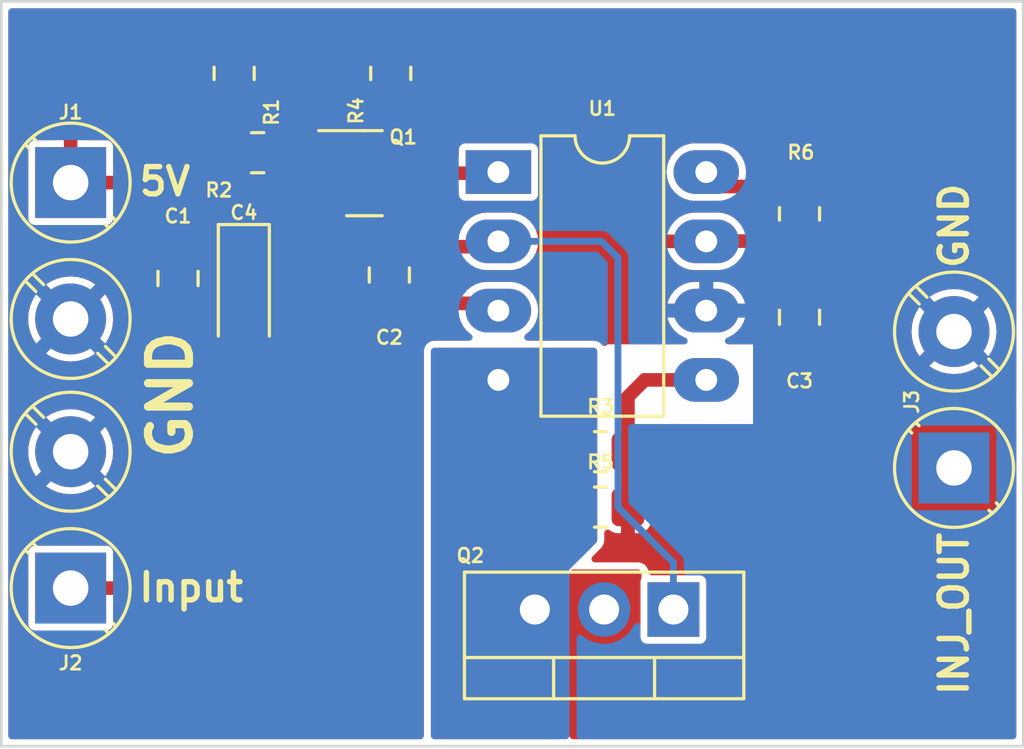
<source format=kicad_pcb>
(kicad_pcb (version 20211014) (generator pcbnew)
  (layers (0 "F.Cu" signal) (31 "B.Cu" signal) (34 "B.Paste" user) (35 "F.Paste" user) (36 "B.SilkS" user "B.Silkscreen") (37 "F.SilkS" user "F.Silkscreen") (38 "B.Mask" user) (39 "F.Mask" user) (44 "Edge.Cuts" user))
  (net 0 "")
  (net 1 "+5V")
  (net 2 "GND")
  (net 3 "Net-(C2-Pad1)")
  (net 4 "Net-(C2-Pad2)")
  (net 5 "Net-(C3-Pad1)")
  (net 6 "Net-(R1-Pad2)")
  (net 7 "Net-(Q2-Pad2)")
  (net 8 "Net-(Q1-Pad1)")
  (net 9 "Net-(Q1-Pad3)")
  (net 10 "Net-(Q2-Pad3)")
  (footprint "TerminalBlock_Phoenix:TerminalBlock_Phoenix_PT-1,5-2-5.0-H_1x02_P5.00mm_Horizontal" (layer "F.Cu") (at 127 56.174 -90)
    (fp_text reference "J1" (at -2.58 0 180) (layer "F.SilkS") (effects (font (size 0.5 0.5) (thickness 0.1))))
    (fp_text value "Supply")
    (fp_line (start 1.388 -1.654) (end 1.281 -1.547) (layer "F.SilkS") (width 0.12))
    (fp_line (start 6.654 -1.388) (end 6.259 -0.992) (layer "F.SilkS") (width 0.12))
    (fp_line (start 3.993 1.274) (end 3.613 1.654) (layer "F.SilkS") (width 0.12))
    (fp_line (start 1.654 -1.388) (end 1.547 -1.281) (layer "F.SilkS") (width 0.12))
    (fp_line (start 6.388 -1.654) (end 6.008 -1.274) (layer "F.SilkS") (width 0.12))
    (fp_line (start -1.282 1.547) (end -1.388 1.654) (layer "F.SilkS") (width 0.12))
    (fp_line (start -1.548 1.281) (end -1.654 1.388) (layer "F.SilkS") (width 0.12))
    (fp_line (start 3.742 0.992) (end 3.347 1.388) (layer "F.SilkS") (width 0.12))
    (fp_circle (center 5 0) (end 7.18 0) (layer "F.SilkS") (width 0.12) (fill none))
    (fp_circle (center 0 0) (end 2.18 0) (layer "F.SilkS") (width 0.12) (fill none))
    (pad "1" thru_hole rect (at 0 0 270) (size 2.6 2.6) (drill 1.3) (layers *.Cu *.Mask) (net 1 "+5V"))
    (pad "2" thru_hole circle (at 5 0 270) (size 2.6 2.6) (drill 1.3) (layers *.Cu *.Mask) (net 2 "GND"))
  )
  (footprint "Resistor_SMD:R_0805_2012Metric_Pad1.20x1.40mm_HandSolder" (layer "F.Cu") (at 153.7208 57.3184 90)
    (fp_text reference "R6" (at 2.2512 0.0508 180) (layer "F.SilkS") (effects (font (size 0.5 0.5) (thickness 0.1))))
    (fp_text value "39k")
    (fp_line (start -0.227064 -0.735) (end 0.227064 -0.735) (layer "F.SilkS") (width 0.12))
    (fp_line (start -0.227064 0.735) (end 0.227064 0.735) (layer "F.SilkS") (width 0.12))
    (pad "1" smd roundrect (at -1 0 90) (size 1.2 1.4) (layers "F.Cu" "F.Paste" "F.Mask") (roundrect_rratio 0.2083333333) (net 1 "+5V"))
    (pad "2" smd roundrect (at 1 0 90) (size 1.2 1.4) (layers "F.Cu" "F.Paste" "F.Mask") (roundrect_rratio 0.2083333333) (net 5 "Net-(C3-Pad1)"))
  )
  (footprint "Package_TO_SOT_THT:TO-220-3_Vertical" (layer "F.Cu") (at 149.098 71.826 180)
    (fp_text reference "Q2" (at 7.4422 1.976) (layer "F.SilkS") (effects (font (size 0.5 0.5) (thickness 0.1))))
    (fp_text value "TIP122")
    (fp_line (start 0.69 -3.27) (end 0.69 -1.76) (layer "F.SilkS") (width 0.12))
    (fp_line (start -2.58 -3.27) (end -2.58 1.371) (layer "F.SilkS") (width 0.12))
    (fp_line (start 7.66 -3.27) (end 7.66 1.371) (layer "F.SilkS") (width 0.12))
    (fp_line (start 4.391 -3.27) (end 4.391 -1.76) (layer "F.SilkS") (width 0.12))
    (fp_line (start -2.58 1.371) (end 7.66 1.371) (layer "F.SilkS") (width 0.12))
    (fp_line (start -2.58 -1.76) (end 7.66 -1.76) (layer "F.SilkS") (width 0.12))
    (fp_line (start -2.58 -3.27) (end 7.66 -3.27) (layer "F.SilkS") (width 0.12))
    (pad "1" thru_hole rect (at 0 0 180) (size 1.905 2) (drill 1.1) (layers *.Cu *.Mask) (net 3 "Net-(C2-Pad1)"))
    (pad "2" thru_hole oval (at 2.54 0 180) (size 1.905 2) (drill 1.1) (layers *.Cu *.Mask) (net 7 "Net-(Q2-Pad2)"))
    (pad "3" thru_hole oval (at 5.08 0 180) (size 1.905 2) (drill 1.1) (layers *.Cu *.Mask) (net 10 "Net-(Q2-Pad3)"))
  )
  (footprint "Resistor_SMD:R_0805_2012Metric_Pad1.20x1.40mm_HandSolder" (layer "F.Cu") (at 146.431 66.04)
    (fp_text reference "R3" (at 0 -1.65) (layer "F.SilkS") (effects (font (size 0.5 0.5) (thickness 0.1))))
    (fp_text value "0.22R")
    (fp_line (start -0.227064 -0.735) (end 0.227064 -0.735) (layer "F.SilkS") (width 0.12))
    (fp_line (start -0.227064 0.735) (end 0.227064 0.735) (layer "F.SilkS") (width 0.12))
    (pad "1" smd roundrect (at -1 0) (size 1.2 1.4) (layers "F.Cu" "F.Paste" "F.Mask") (roundrect_rratio 0.2083333333) (net 10 "Net-(Q2-Pad3)"))
    (pad "2" smd roundrect (at 1 0) (size 1.2 1.4) (layers "F.Cu" "F.Paste" "F.Mask") (roundrect_rratio 0.2083333333) (net 2 "GND"))
  )
  (footprint "Resistor_SMD:R_0805_2012Metric_Pad1.20x1.40mm_HandSolder" (layer "F.Cu") (at 138.7348 52.1716 -90)
    (fp_text reference "R4" (at 1.3716 1.27 90) (layer "F.SilkS") (effects (font (size 0.5 0.5) (thickness 0.1))))
    (fp_text value "1k")
    (fp_line (start -0.227064 -0.735) (end 0.227064 -0.735) (layer "F.SilkS") (width 0.12))
    (fp_line (start -0.227064 0.735) (end 0.227064 0.735) (layer "F.SilkS") (width 0.12))
    (pad "1" smd roundrect (at -1 0 270) (size 1.2 1.4) (layers "F.Cu" "F.Paste" "F.Mask") (roundrect_rratio 0.2083333333) (net 1 "+5V"))
    (pad "2" smd roundrect (at 1 0 270) (size 1.2 1.4) (layers "F.Cu" "F.Paste" "F.Mask") (roundrect_rratio 0.2083333333) (net 9 "Net-(Q1-Pad3)"))
  )
  (footprint "Capacitor_Tantalum_SMD:CP_EIA-3216-18_Kemet-A_Pad1.58x1.35mm_HandSolder" (layer "F.Cu") (at 133.35 60.198 -90)
    (fp_text reference "C4" (at -2.921 0 180) (layer "F.SilkS") (effects (font (size 0.5 0.5) (thickness 0.1))))
    (fp_text value "220nF")
    (fp_line (start -2.485 0.935) (end 1.6 0.935) (layer "F.SilkS") (width 0.12))
    (fp_line (start -2.485 -0.935) (end -2.485 0.935) (layer "F.SilkS") (width 0.12))
    (fp_line (start 1.6 -0.935) (end -2.485 -0.935) (layer "F.SilkS") (width 0.12))
    (pad "1" smd roundrect (at -1.4375 0 270) (size 1.575 1.35) (layers "F.Cu" "F.Paste" "F.Mask") (roundrect_rratio 0.1851851852) (net 1 "+5V"))
    (pad "2" smd roundrect (at 1.4375 0 270) (size 1.575 1.35) (layers "F.Cu" "F.Paste" "F.Mask") (roundrect_rratio 0.1851851852) (net 2 "GND"))
  )
  (footprint "TerminalBlock_Phoenix:TerminalBlock_Phoenix_PT-1,5-2-5.0-H_1x02_P5.00mm_Horizontal" (layer "F.Cu") (at 159.385 66.635 90)
    (fp_text reference "J3" (at 2.4238 -1.5494 90) (layer "F.SilkS") (effects (font (size 0.5 0.5) (thickness 0.1))))
    (fp_text value "INJ_Out")
    (fp_line (start 1.388 -1.654) (end 1.281 -1.547) (layer "F.SilkS") (width 0.12))
    (fp_line (start 1.654 -1.388) (end 1.547 -1.281) (layer "F.SilkS") (width 0.12))
    (fp_line (start 3.742 0.992) (end 3.347 1.388) (layer "F.SilkS") (width 0.12))
    (fp_line (start 3.993 1.274) (end 3.613 1.654) (layer "F.SilkS") (width 0.12))
    (fp_line (start -1.282 1.547) (end -1.388 1.654) (layer "F.SilkS") (width 0.12))
    (fp_line (start -1.548 1.281) (end -1.654 1.388) (layer "F.SilkS") (width 0.12))
    (fp_line (start 6.654 -1.388) (end 6.259 -0.992) (layer "F.SilkS") (width 0.12))
    (fp_line (start 6.388 -1.654) (end 6.008 -1.274) (layer "F.SilkS") (width 0.12))
    (fp_circle (center 0 0) (end 2.18 0) (layer "F.SilkS") (width 0.12) (fill none))
    (fp_circle (center 5 0) (end 7.18 0) (layer "F.SilkS") (width 0.12) (fill none))
    (pad "1" thru_hole rect (at 0 0 90) (size 2.6 2.6) (drill 1.3) (layers *.Cu *.Mask) (net 7 "Net-(Q2-Pad2)"))
    (pad "2" thru_hole circle (at 5 0 90) (size 2.6 2.6) (drill 1.3) (layers *.Cu *.Mask) (net 2 "GND"))
  )
  (footprint "Resistor_SMD:R_0805_2012Metric_Pad1.20x1.40mm_HandSolder" (layer "F.Cu") (at 133.858 55.0792)
    (fp_text reference "R2" (at -1.4224 1.3716) (layer "F.SilkS") (effects (font (size 0.5 0.5) (thickness 0.1))))
    (fp_text value "1k")
    (fp_line (start -0.227064 0.735) (end 0.227064 0.735) (layer "F.SilkS") (width 0.12))
    (fp_line (start -0.227064 -0.735) (end 0.227064 -0.735) (layer "F.SilkS") (width 0.12))
    (pad "1" smd roundrect (at -1 0) (size 1.2 1.4) (layers "F.Cu" "F.Paste" "F.Mask") (roundrect_rratio 0.2083333333) (net 6 "Net-(R1-Pad2)"))
    (pad "2" smd roundrect (at 1 0) (size 1.2 1.4) (layers "F.Cu" "F.Paste" "F.Mask") (roundrect_rratio 0.2083333333) (net 8 "Net-(Q1-Pad1)"))
  )
  (footprint "Capacitor_SMD:C_0805_2012Metric_Pad1.18x1.45mm_HandSolder" (layer "F.Cu") (at 130.937 59.69 -90)
    (fp_text reference "C1" (at -2.286 0 180) (layer "F.SilkS") (effects (font (size 0.5 0.5) (thickness 0.1))))
    (fp_text value "0.1uF")
    (fp_line (start -0.261252 -0.735) (end 0.261252 -0.735) (layer "F.SilkS") (width 0.12))
    (fp_line (start -0.261252 0.735) (end 0.261252 0.735) (layer "F.SilkS") (width 0.12))
    (pad "1" smd roundrect (at -1.0375 0 270) (size 1.175 1.45) (layers "F.Cu" "F.Paste" "F.Mask") (roundrect_rratio 0.2127659574) (net 1 "+5V"))
    (pad "2" smd roundrect (at 1.0375 0 270) (size 1.175 1.45) (layers "F.Cu" "F.Paste" "F.Mask") (roundrect_rratio 0.2127659574) (net 2 "GND"))
  )
  (footprint "Package_TO_SOT_SMD:SOT-23" (layer "F.Cu") (at 137.7696 55.8292)
    (fp_text reference "Q1" (at 1.4224 -1.3208) (layer "F.SilkS") (effects (font (size 0.5 0.5) (thickness 0.1))))
    (fp_text value "BC817")
    (fp_line (start 0 1.56) (end 0.65 1.56) (layer "F.SilkS") (width 0.12))
    (fp_line (start 0 -1.56) (end -1.675 -1.56) (layer "F.SilkS") (width 0.12))
    (fp_line (start 0 -1.56) (end 0.65 -1.56) (layer "F.SilkS") (width 0.12))
    (fp_line (start 0 1.56) (end -0.65 1.56) (layer "F.SilkS") (width 0.12))
    (pad "1" smd roundrect (at -0.9375 -0.95) (size 1.475 0.6) (layers "F.Cu" "F.Paste" "F.Mask") (net 8 "Net-(Q1-Pad1)"))
    (pad "2" smd roundrect (at -0.9375 0.95) (size 1.475 0.6) (layers "F.Cu" "F.Paste" "F.Mask") (net 2 "GND"))
    (pad "3" smd roundrect (at 0.9375 0) (size 1.475 0.6) (layers "F.Cu" "F.Paste" "F.Mask") (net 9 "Net-(Q1-Pad3)"))
  )
  (footprint "TerminalBlock_Phoenix:TerminalBlock_Phoenix_PT-1,5-2-5.0-H_1x02_P5.00mm_Horizontal" (layer "F.Cu") (at 127 71.04 90)
    (fp_text reference "J2" (at -2.747 0 180) (layer "F.SilkS") (effects (font (size 0.5 0.5) (thickness 0.1))))
    (fp_text value "Input")
    (fp_line (start 6.654 -1.388) (end 6.259 -0.992) (layer "F.SilkS") (width 0.12))
    (fp_line (start -1.548 1.281) (end -1.654 1.388) (layer "F.SilkS") (width 0.12))
    (fp_line (start -1.282 1.547) (end -1.388 1.654) (layer "F.SilkS") (width 0.12))
    (fp_line (start 1.654 -1.388) (end 1.547 -1.281) (layer "F.SilkS") (width 0.12))
    (fp_line (start 3.742 0.992) (end 3.347 1.388) (layer "F.SilkS") (width 0.12))
    (fp_line (start 3.993 1.274) (end 3.613 1.654) (layer "F.SilkS") (width 0.12))
    (fp_line (start 6.388 -1.654) (end 6.008 -1.274) (layer "F.SilkS") (width 0.12))
    (fp_line (start 1.388 -1.654) (end 1.281 -1.547) (layer "F.SilkS") (width 0.12))
    (fp_circle (center 0 0) (end 2.18 0) (layer "F.SilkS") (width 0.12) (fill none))
    (fp_circle (center 5 0) (end 7.18 0) (layer "F.SilkS") (width 0.12) (fill none))
    (pad "1" thru_hole rect (at 0 0 90) (size 2.6 2.6) (drill 1.3) (layers *.Cu *.Mask) (net 6 "Net-(R1-Pad2)"))
    (pad "2" thru_hole circle (at 5 0 90) (size 2.6 2.6) (drill 1.3) (layers *.Cu *.Mask) (net 2 "GND"))
  )
  (footprint "Package_DIP:DIP-8_W7.62mm_LongPads" (layer "F.Cu") (at 142.6822 55.7884)
    (fp_text reference "U1" (at 3.81 -2.33) (layer "F.SilkS") (effects (font (size 0.5 0.5) (thickness 0.1))))
    (fp_text value "LM1949N_NOPB")
    (fp_line (start 1.56 -1.33) (end 1.56 8.95) (layer "F.SilkS") (width 0.12))
    (fp_line (start 6.06 -1.33) (end 4.81 -1.33) (layer "F.SilkS") (width 0.12))
    (fp_line (start 2.81 -1.33) (end 1.56 -1.33) (layer "F.SilkS") (width 0.12))
    (fp_line (start 1.56 8.95) (end 6.06 8.95) (layer "F.SilkS") (width 0.12))
    (fp_line (start 6.06 8.95) (end 6.06 -1.33) (layer "F.SilkS") (width 0.12))
    (fp_arc (start 4.81 -1.33) (mid 3.81 -0.33) (end 2.81 -1.33) (layer "F.SilkS") (width 0.12))
    (pad "1" thru_hole rect (at 0 0) (size 2.4 1.6) (drill 0.8) (layers *.Cu *.Mask) (net 9 "Net-(Q1-Pad3)"))
    (pad "2" thru_hole oval (at 0 2.54) (size 2.4 1.6) (drill 0.8) (layers *.Cu *.Mask) (net 3 "Net-(C2-Pad1)"))
    (pad "3" thru_hole oval (at 0 5.08) (size 2.4 1.6) (drill 0.8) (layers *.Cu *.Mask) (net 4 "Net-(C2-Pad2)"))
    (pad "4" thru_hole oval (at 0 7.62) (size 2.4 1.6) (drill 0.8) (layers *.Cu *.Mask) (net 10 "Net-(Q2-Pad3)"))
    (pad "5" thru_hole oval (at 7.62 7.62) (size 2.4 1.6) (drill 0.8) (layers *.Cu *.Mask) (net 2 "GND"))
    (pad "6" thru_hole oval (at 7.62 5.08) (size 2.4 1.6) (drill 0.8) (layers *.Cu *.Mask) (net 2 "GND"))
    (pad "7" thru_hole oval (at 7.62 2.54) (size 2.4 1.6) (drill 0.8) (layers *.Cu *.Mask) (net 1 "+5V"))
    (pad "8" thru_hole oval (at 7.62 0) (size 2.4 1.6) (drill 0.8) (layers *.Cu *.Mask) (net 5 "Net-(C3-Pad1)"))
  )
  (footprint "Capacitor_SMD:C_0805_2012Metric_Pad1.18x1.45mm_HandSolder" (layer "F.Cu") (at 153.7208 61.1124 -90)
    (fp_text reference "C3" (at 2.3368 0 180) (layer "F.SilkS") (effects (font (size 0.5 0.5) (thickness 0.1))))
    (fp_text value "0.1uF")
    (fp_line (start -0.261252 0.735) (end 0.261252 0.735) (layer "F.SilkS") (width 0.12))
    (fp_line (start -0.261252 -0.735) (end 0.261252 -0.735) (layer "F.SilkS") (width 0.12))
    (pad "1" smd roundrect (at -1.0375 0 270) (size 1.175 1.45) (layers "F.Cu" "F.Paste" "F.Mask") (roundrect_rratio 0.2127659574) (net 5 "Net-(C3-Pad1)"))
    (pad "2" smd roundrect (at 1.0375 0 270) (size 1.175 1.45) (layers "F.Cu" "F.Paste" "F.Mask") (roundrect_rratio 0.2127659574) (net 2 "GND"))
  )
  (footprint "Capacitor_SMD:C_0805_2012Metric_Pad1.18x1.45mm_HandSolder" (layer "F.Cu") (at 138.684 59.563 -90)
    (fp_text reference "C2" (at 2.286 0 180) (layer "F.SilkS") (effects (font (size 0.5 0.5) (thickness 0.1))))
    (fp_text value "0.1uF")
    (fp_line (start -0.261252 -0.735) (end 0.261252 -0.735) (layer "F.SilkS") (width 0.12))
    (fp_line (start -0.261252 0.735) (end 0.261252 0.735) (layer "F.SilkS") (width 0.12))
    (pad "1" smd roundrect (at -1.0375 0 270) (size 1.175 1.45) (layers "F.Cu" "F.Paste" "F.Mask") (roundrect_rratio 0.2127659574) (net 3 "Net-(C2-Pad1)"))
    (pad "2" smd roundrect (at 1.0375 0 270) (size 1.175 1.45) (layers "F.Cu" "F.Paste" "F.Mask") (roundrect_rratio 0.2127659574) (net 4 "Net-(C2-Pad2)"))
  )
  (footprint "Resistor_SMD:R_0805_2012Metric_Pad1.20x1.40mm_HandSolder" (layer "F.Cu") (at 146.431 68.072)
    (fp_text reference "R5" (at 0 -1.65) (layer "F.SilkS") (effects (font (size 0.5 0.5) (thickness 0.1))))
    (fp_text value "0.22R")
    (fp_line (start -0.227064 -0.735) (end 0.227064 -0.735) (layer "F.SilkS") (width 0.12))
    (fp_line (start -0.227064 0.735) (end 0.227064 0.735) (layer "F.SilkS") (width 0.12))
    (pad "1" smd roundrect (at -1 0) (size 1.2 1.4) (layers "F.Cu" "F.Paste" "F.Mask") (roundrect_rratio 0.2083333333) (net 10 "Net-(Q2-Pad3)"))
    (pad "2" smd roundrect (at 1 0) (size 1.2 1.4) (layers "F.Cu" "F.Paste" "F.Mask") (roundrect_rratio 0.2083333333) (net 2 "GND"))
  )
  (footprint "Resistor_SMD:R_0805_2012Metric_Pad1.20x1.40mm_HandSolder" (layer "F.Cu") (at 132.9944 52.1716 -90)
    (fp_text reference "R1" (at 1.4224 -1.3716 90) (layer "F.SilkS") (effects (font (size 0.5 0.5) (thickness 0.1))))
    (fp_text value "10k")
    (fp_line (start -0.227064 -0.735) (end 0.227064 -0.735) (layer "F.SilkS") (width 0.12))
    (fp_line (start -0.227064 0.735) (end 0.227064 0.735) (layer "F.SilkS") (width 0.12))
    (pad "1" smd roundrect (at -1 0 270) (size 1.2 1.4) (layers "F.Cu" "F.Paste" "F.Mask") (roundrect_rratio 0.2083333333) (net 1 "+5V"))
    (pad "2" smd roundrect (at 1 0 270) (size 1.2 1.4) (layers "F.Cu" "F.Paste" "F.Mask") (roundrect_rratio 0.2083333333) (net 6 "Net-(R1-Pad2)"))
  )
  (gr_line (start 161.925 76.835) (end 124.46 76.835) (layer "Edge.Cuts") (width 0.1))
  (gr_line (start 124.46 49.53) (end 161.925 49.53) (layer "Edge.Cuts") (width 0.1))
  (gr_line (start 161.925 49.53) (end 161.925 76.835) (layer "Edge.Cuts") (width 0.1))
  (gr_line (start 124.46 76.835) (end 124.46 49.53) (layer "Edge.Cuts") (width 0.1))
  (gr_text "Input" (at 131.4196 71.0184) (layer "F.SilkS") (effects (font (size 1 1) (thickness 0.2))))
  (gr_text "GND" (at 159.385 57.7596 90) (layer "F.SilkS") (effects (font (size 1 1) (thickness 0.2))))
  (gr_text "GND" (at 130.6576 63.9572 90) (layer "F.SilkS") (effects (font (size 1.5 1.5) (thickness 0.3))))
  (gr_text "5V" (at 130.4544 56.134) (layer "F.SilkS") (effects (font (size 1 1) (thickness 0.2))))
  (gr_text "INJ_OUT" (at 159.385 71.9836 90) (layer "F.SilkS") (effects (font (size 1 1) (thickness 0.2))))
  (segment (start 130.937 58.6525) (end 130.937 56.769) (width 0.5) (layer "F.Cu") (net 1))
  (segment (start 127.6444 51.1716) (end 132.9944 51.1716) (width 0.5) (layer "F.Cu") (net 1))
  (segment (start 145.4056 51.1716) (end 138.7348 51.1716) (width 0.5) (layer "F.Cu") (net 1))
  (segment (start 138.7348 51.1716) (end 132.9944 51.1716) (width 0.5) (layer "F.Cu") (net 1))
  (segment (start 150.3022 58.3284) (end 148.2444 58.3284) (width 0.5) (layer "F.Cu") (net 1))
  (segment (start 153.7208 58.3184) (end 150.3122 58.3184) (width 0.5) (layer "F.Cu") (net 1))
  (segment (start 133.35 58.7605) (end 131.045 58.7605) (width 0.5) (layer "F.Cu") (net 1))
  (segment (start 146.812 52.578) (end 145.4056 51.1716) (width 0.5) (layer "F.Cu") (net 1))
  (segment (start 150.3122 58.3184) (end 150.3022 58.3284) (width 0.5) (layer "F.Cu") (net 1))
  (segment (start 127 56.174) (end 127 51.816) (width 0.5) (layer "F.Cu") (net 1))
  (segment (start 131.045 58.7605) (end 130.937 58.6525) (width 0.5) (layer "F.Cu") (net 1))
  (segment (start 146.812 56.896) (end 146.812 52.578) (width 0.5) (layer "F.Cu") (net 1))
  (segment (start 130.937 56.769) (end 130.342 56.174) (width 0.5) (layer "F.Cu") (net 1))
  (segment (start 127 51.816) (end 127.6444 51.1716) (width 0.5) (layer "F.Cu") (net 1))
  (segment (start 130.342 56.174) (end 127 56.174) (width 0.5) (layer "F.Cu") (net 1))
  (segment (start 148.2444 58.3284) (end 146.812 56.896) (width 0.5) (layer "F.Cu") (net 1))
  (segment (start 147.431 68.072) (end 147.431 66.04) (width 0.5) (layer "F.Cu") (net 2))
  (segment (start 147.431 66.04) (end 147.431 64.024) (width 0.5) (layer "F.Cu") (net 2))
  (segment (start 148.0466 63.4084) (end 150.3022 63.4084) (width 0.5) (layer "F.Cu") (net 2))
  (segment (start 147.431 64.024) (end 148.0466 63.4084) (width 0.5) (layer "F.Cu") (net 2))
  (segment (start 138.684 58.5255) (end 142.4851 58.5255) (width 0.5) (layer "F.Cu") (net 3))
  (segment (start 142.4851 58.5255) (end 142.6822 58.3284) (width 0.5) (layer "F.Cu") (net 3))
  (segment (start 149.098 70.104) (end 147.066 68.072) (width 0.25) (layer "B.Cu") (net 3))
  (segment (start 147.066 68.072) (end 147.066 58.928) (width 0.25) (layer "B.Cu") (net 3))
  (segment (start 146.4664 58.3284) (end 142.6822 58.3284) (width 0.25) (layer "B.Cu") (net 3))
  (segment (start 147.066 58.928) (end 146.4664 58.3284) (width 0.25) (layer "B.Cu") (net 3))
  (segment (start 149.098 71.826) (end 149.098 70.104) (width 0.25) (layer "B.Cu") (net 3))
  (segment (start 138.684 60.6005) (end 142.4143 60.6005) (width 0.5) (layer "F.Cu") (net 4))
  (segment (start 142.4143 60.6005) (end 142.6822 60.8684) (width 0.5) (layer "F.Cu") (net 4))
  (segment (start 153.7208 56.3184) (end 150.8322 56.3184) (width 0.5) (layer "F.Cu") (net 5))
  (segment (start 153.7208 56.3184) (end 155.1752 56.3184) (width 0.5) (layer "F.Cu") (net 5))
  (segment (start 155.2155 60.0749) (end 153.7208 60.0749) (width 0.5) (layer "F.Cu") (net 5))
  (segment (start 155.1752 56.3184) (end 155.5496 56.6928) (width 0.5) (layer "F.Cu") (net 5))
  (segment (start 155.5496 59.7408) (end 155.2155 60.0749) (width 0.5) (layer "F.Cu") (net 5))
  (segment (start 155.5496 56.6928) (end 155.5496 59.7408) (width 0.5) (layer "F.Cu") (net 5))
  (segment (start 150.8322 56.3184) (end 150.3022 55.7884) (width 0.5) (layer "F.Cu") (net 5))
  (segment (start 132.842 55.0952) (end 132.842 56.388) (width 0.5) (layer "F.Cu") (net 6))
  (segment (start 132.9944 53.1716) (end 132.9944 54.9428) (width 0.5) (layer "F.Cu") (net 6))
  (segment (start 134.192 71.04) (end 127 71.04) (width 0.5) (layer "F.Cu") (net 6))
  (segment (start 132.858 55.0792) (end 132.842 55.0952) (width 0.5) (layer "F.Cu") (net 6))
  (segment (start 133.35 56.896) (end 134.366 56.896) (width 0.5) (layer "F.Cu") (net 6))
  (segment (start 134.366 56.896) (end 135.128 57.658) (width 0.5) (layer "F.Cu") (net 6))
  (segment (start 135.128 70.104) (end 134.192 71.04) (width 0.5) (layer "F.Cu") (net 6))
  (segment (start 135.128 57.658) (end 135.128 70.104) (width 0.5) (layer "F.Cu") (net 6))
  (segment (start 132.9944 54.9428) (end 132.858 55.0792) (width 0.5) (layer "F.Cu") (net 6))
  (segment (start 132.842 56.388) (end 133.35 56.896) (width 0.5) (layer "F.Cu") (net 6))
  (segment (start 136.8321 54.8792) (end 135.058 54.8792) (width 0.5) (layer "F.Cu") (net 8))
  (segment (start 135.058 54.8792) (end 134.858 55.0792) (width 0.5) (layer "F.Cu") (net 8))
  (segment (start 138.7348 53.1716) (end 138.7348 55.8015) (width 0.5) (layer "F.Cu") (net 9))
  (segment (start 142.6414 55.8292) (end 142.6822 55.7884) (width 0.5) (layer "F.Cu") (net 9))
  (segment (start 138.7071 55.8292) (end 142.6414 55.8292) (width 0.5) (layer "F.Cu") (net 9))
  (segment (start 138.7348 55.8015) (end 138.7071 55.8292) (width 0.5) (layer "F.Cu") (net 9))
  (zone (net 7) (net_name "Net-(Q2-Pad2)") (layer "F.Cu") (priority 2) (connect_pads yes (clearance 0.254)) (min_thickness 0.254) (fill yes (thermal_gap 0.254) (thermal_bridge_width 0.508))
    (polygon (pts (xy 161.8996 76.8096) (xy 145.288 76.8096) (xy 145.288 70.358) (xy 147.9296 70.358) (xy 147.9296 73.152) (xy 156.972 73.152) (xy 156.972 64.262) (xy 161.8996 64.262)))
  )
  (zone (net 0) (net_name "") (layers F&B.Cu) (connect_pads (clearance 0)) (min_thickness 0.254)
    (keepout (tracks allowed) (vias allowed) (pads allowed) (copperpour not_allowed) (footprints allowed))
    (fill (thermal_gap 0.508) (thermal_bridge_width 0.508))
    (polygon (pts (xy 152.019 65.024) (xy 146.685 65.024) (xy 146.685 62.103) (xy 152.019 62.103)))
  )
  (zone (net 10) (net_name "Net-(Q2-Pad3)") (layers F&B.Cu) (priority 1) (connect_pads yes (clearance 0.254)) (min_thickness 0.254) (fill yes (thermal_gap 0.254) (thermal_bridge_width 0.508))
    (polygon (pts (xy 146.304 69.342) (xy 145.288 70.358) (xy 145.288 76.8096) (xy 140.208 76.8096) (xy 140.208 62.23) (xy 146.304 62.23)))
  )
  (zone (net 2) (net_name "GND") (layers F&B.Cu) (connect_pads (clearance 0.254)) (min_thickness 0.254) (fill yes (thermal_gap 0.254) (thermal_bridge_width 0.508))
    (polygon (pts (xy 161.925 76.835) (xy 124.46 76.835) (xy 124.46 49.53) (xy 161.925 49.53)))
  )
)
</source>
